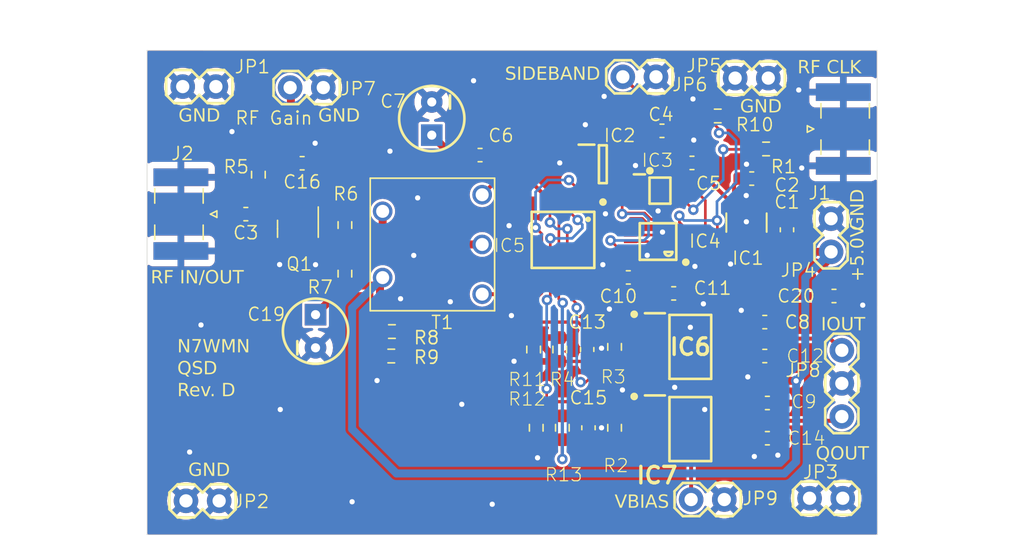
<source format=kicad_pcb>
(kicad_pcb (version 20221018) (generator pcbnew)
  (layers (0 "F.Cu" signal) (31 "B.Cu" signal) (34 "B.Paste" user) (35 "F.Paste" user) (36 "B.SilkS" user "B.Silkscreen") (37 "F.SilkS" user "F.Silkscreen") (38 "B.Mask" user) (39 "F.Mask" user) (44 "Edge.Cuts" user))
  (net 0 "")
  (net 1 "/VCC5")
  (net 2 "/VCC3.3")
  (net 3 "GND")
  (net 4 "/RF-IN")
  (net 5 "Net-(Q1-S)")
  (net 6 "Net-(C7-+)")
  (net 7 "/0-DEG")
  (net 8 "/180-DEG")
  (net 9 "/90-DEG")
  (net 10 "/270-DEG")
  (net 11 "Net-(IC6-REF)")
  (net 12 "Net-(C16-Pad2)")
  (net 15 "Net-(IC2-Y)")
  (net 16 "Net-(IC5-1A)")
  (net 17 "/P1")
  (net 18 "Net-(IC5-2A)")
  (net 19 "/P0")
  (net 20 "/CLK0")
  (net 21 "/ICLK")
  (net 22 "/QCLK")
  (net 23 "/SIDEBAND")
  (net 24 "Net-(IC6-RG_1)")
  (net 25 "Net-(IC6-RG_2)")
  (net 26 "Net-(R6-Pad1)")
  (net 27 "Net-(IC6-OUT)")
  (net 28 "Net-(IC7-RG_1)")
  (net 29 "Net-(IC7-RG_2)")
  (net 30 "Net-(IC7-OUT)")
  (net 31 "Net-(J1-In)")
  (net 32 "Net-(Q1-D)")
  (footprint "Capacitor_SMD:C_0603_1608Metric_Pad1.08x0.95mm_HandSolder" (layer "F.Cu") (at 161.0761 115.6046 180)
    (fp_text reference "C9")
    (fp_text value "0.1uF")
  )
  (footprint "Capacitor_SMD:C_0603_1608Metric_Pad1.08x0.95mm_HandSolder" (layer "F.Cu") (at 162.5761 102.3296 -90)
    (fp_text reference "C1")
    (fp_text value "1uF")
  )
  (footprint "Capacitor_SMD:C_0603_1608Metric_Pad1.08x0.95mm_HandSolder" (layer "F.Cu") (at 147.3761 117.5046 90)
    (fp_text reference "C15")
    (fp_text value "470pF")
  )
  (footprint "Capacitor_SMD:C_0603_1608Metric_Pad1.08x0.95mm_HandSolder" (layer "F.Cu") (at 161.0761 118.3046 180)
    (fp_text reference "C14")
    (fp_text value "0.1uF")
  )
  (footprint "Capacitor_SMD:C_0603_1608Metric_Pad1.08x0.95mm_HandSolder" (layer "F.Cu") (at 147.2761 111.5046 -90)
    (fp_text reference "C13")
    (fp_text value "470pF")
  )
  (footprint "qsd_revB:SOT95P280X145-5N" (layer "F.Cu") (at 148.4761 97.3046)
    (fp_text reference "IC2")
    (fp_text value "SN74LVC1G04DBVT")
  )
  (footprint "qsd_revB:1X02" (layer "F.Cu") (at 158.6061 90.7046)
    (fp_text reference "JP5")
    (fp_text value "M02PTH")
  )
  (footprint "Resistor_SMD:R_0603_1608Metric_Pad0.98x0.95mm_HandSolder" (layer "F.Cu") (at 160.9761 96.1346)
    (fp_text reference "R1")
    (fp_text value "0")
  )
  (footprint "qsd_revB:SOP50P310X90-8N" (layer "F.Cu") (at 152.8511 99.3296)
    (fp_text reference "IC3")
    (fp_text value "SN74AUP2G79DCUR")
  )
  (footprint "Resistor_SMD:R_0603_1608Metric_Pad0.98x0.95mm_HandSolder" (layer "F.Cu") (at 132.3261 110.1296 180)
    (fp_text reference "R8")
    (fp_text value "4.32K")
  )
  (footprint "Capacitor_SMD:C_0603_1608Metric_Pad1.08x0.95mm_HandSolder" (layer "F.Cu") (at 160.8761 112.0046)
    (fp_text reference "C12")
    (fp_text value "0.1uF")
  )
  (footprint "qsd_revB:1X02" (layer "F.Cu") (at 157.7761 123.0046 180)
    (fp_text reference "JP9")
    (fp_text value "M02PTH")
  )
  (footprint "Resistor_SMD:R_0603_1608Metric_Pad0.98x0.95mm_HandSolder" (layer "F.Cu") (at 149.3761 111.3046 -90)
    (fp_text reference "R3")
    (fp_text value "49.9")
  )
  (footprint "Capacitor_SMD:C_0603_1608Metric_Pad1.08x0.95mm_HandSolder" (layer "F.Cu") (at 160.8761 109.4046 180)
    (fp_text reference "C8")
    (fp_text value "0.1uF")
  )
  (footprint "Connector_Coaxial:SMA_Samtec_SMA-J-P-X-ST-EM1_EdgeMount" (layer "F.Cu") (at 166.8886 94.6046 90)
    (fp_text reference "J1")
    (fp_text value "Conn_Coaxial")
  )
  (footprint "Capacitor_SMD:C_0603_1608Metric_Pad1.08x0.95mm_HandSolder" (layer "F.Cu") (at 155.3011 97.2046 180)
    (fp_text reference "C5")
    (fp_text value "0.1uF")
  )
  (footprint "qsd_revB:1X02" (layer "F.Cu") (at 119.0961 123.1046 180)
    (fp_text reference "JP2")
    (fp_text value "M02PTH")
  )
  (footprint "Resistor_SMD:R_0603_1608Metric_Pad0.98x0.95mm_HandSolder" (layer "F.Cu") (at 145.1761 111.5046 -90)
    (fp_text reference "R4")
    (fp_text value "47k")
  )
  (footprint "Capacitor_SMD:C_0603_1608Metric_Pad1.08x0.95mm_HandSolder" (layer "F.Cu") (at 166.1761 107.4046 180)
    (fp_text reference "C20")
    (fp_text value "0.1uF")
  )
  (footprint "Capacitor_SMD:C_0603_1608Metric_Pad1.08x0.95mm_HandSolder" (layer "F.Cu") (at 159.8761 98.4046 180)
    (fp_text reference "C2")
    (fp_text value "0.1uF")
  )
  (footprint "Resistor_SMD:R_0603_1608Metric_Pad0.98x0.95mm_HandSolder" (layer "F.Cu") (at 143.3761 117.5046 90)
    (fp_text reference "R12")
    (fp_text value "47k")
  )
  (footprint "Resistor_SMD:R_0603_1608Metric_Pad0.98x0.95mm_HandSolder" (layer "F.Cu") (at 122.1011 98.1046 -90)
    (fp_text reference "R5")
    (fp_text value "100")
  )
  (footprint "Resistor_SMD:R_0603_1608Metric_Pad0.98x0.95mm_HandSolder" (layer "F.Cu") (at 145.3761 117.5046 -90)
    (fp_text reference "R13")
    (fp_text value "47k")
  )
  (footprint "Resistor_SMD:R_0603_1608Metric_Pad0.98x0.95mm_HandSolder" (layer "F.Cu") (at 128.7261 105.6921 90)
    (fp_text reference "R7")
    (fp_text value "1K")
  )
  (footprint "Resistor_SMD:R_0603_1608Metric_Pad0.98x0.95mm_HandSolder" (layer "F.Cu") (at 128.7261 101.9671 90)
    (fp_text reference "R6")
    (fp_text value "100")
  )
  (footprint "qsd_revB:1X02" (layer "F.Cu") (at 166.8461 122.9046 180)
    (fp_text reference "JP3")
    (fp_text value "M02PTH")
  )
  (footprint "qsd_revB:1X03" (layer "F.Cu") (at 166.7761 111.5646 -90)
    (fp_text reference "JP8")
    (fp_text value "M03PTH")
  )
  (footprint "Package_TO_SOT_SMD:SOT-23" (layer "F.Cu") (at 125.1261 102.2546 -90)
    (fp_text reference "Q1")
    (fp_text value "J309")
  )
  (footprint "qsd_revB:CPOL-RADIAL-10UF-25V" (layer "F.Cu") (at 126.4761 110.1046 90)
    (fp_text reference "C19")
    (fp_text value "10uF")
  )
  (footprint "Capacitor_SMD:C_0603_1608Metric_Pad1.08x0.95mm_HandSolder" (layer "F.Cu") (at 125.4511 97.2296 180)
    (fp_text reference "C16")
    (fp_text value "0.1uF")
  )
  (footprint "SamacSys_Parts:SOIC127P600X175-8N" (layer "F.Cu") (at 155.1761 111.3046)
    (fp_text reference "IC6")
    (fp_text value "INA821ID" hide)
  )
  (footprint "qsd_revB:1X02" (layer "F.Cu") (at 116.3061 91.3546)
    (fp_text reference "JP1")
    (fp_text value "M02PTH")
  )
  (footprint "qsd_revB:1X02" (layer "F.Cu") (at 152.5461 90.6046 180)
    (fp_text reference "JP6")
    (fp_text value "M02PTH")
  )
  (footprint "qsd_revB:T50-TRIFILAR" (layer "F.Cu") (at 135.4261 103.4546)
    (fp_text reference "T1")
    (fp_text value "T50-TRIFILAR")
  )
  (footprint "qsd_revB:SOT23-5" (layer "F.Cu") (at 159.4761 101.7796)
    (fp_text reference "IC1")
    (fp_text value "MCP1801")
  )
  (footprint "Connector_Coaxial:SMA_Samtec_SMA-J-P-X-ST-EM1_EdgeMount" (layer "F.Cu") (at 116.1636 101.1296 -90)
    (fp_text reference "J2")
    (fp_text value "Conn_Coaxial")
  )
  (footprint "Resistor_SMD:R_0603_1608Metric_Pad0.98x0.95mm_HandSolder" (layer "F.Cu") (at 157.2761 93.6046 180)
    (fp_text reference "R10")
    (fp_text value "10k")
  )
  (footprint "Capacitor_SMD:C_0603_1608Metric_Pad1.08x0.95mm_HandSolder" (layer "F.Cu") (at 150.4261 105.9796)
    (fp_text reference "C10")
    (fp_text value "0.1uF")
  )
  (footprint "qsd_revB:TSSOP16" (layer "F.Cu") (at 145.4261 103.1046 -90)
    (fp_text reference "IC5")
    (fp_text value "SN74CBTLV3253")
  )
  (footprint "Capacitor_SMD:C_0603_1608Metric_Pad1.08x0.95mm_HandSolder" (layer "F.Cu") (at 121.1386 101.1296 180)
    (fp_text reference "C3")
    (fp_text value "0.01uF")
  )
  (footprint "SamacSys_Parts:SOIC127P600X175-8N" (layer "F.Cu") (at 155.1761 117.6046)
    (fp_text reference "IC7")
    (fp_text value "INA821ID" hide)
  )
  (footprint "Resistor_SMD:R_0603_1608Metric_Pad0.98x0.95mm_HandSolder" (layer "F.Cu") (at 143.1761 111.5046 90)
    (fp_text reference "R11")
    (fp_text value "47k")
  )
  (footprint "qsd_revB:MSOP10" (layer "F.Cu") (at 152.7011 103.2296 90)
    (fp_text reference "IC4")
    (fp_text value "TS5A23157")
  )
  (footprint "Capacitor_SMD:C_0603_1608Metric_Pad1.08x0.95mm_HandSolder" (layer "F.Cu") (at 153.0061 94.7446 180)
    (fp_text reference "C4")
    (fp_text value "1uF")
  )
  (footprint "Capacitor_SMD:C_0603_1608Metric_Pad1.08x0.95mm_HandSolder" (layer "F.Cu") (at 153.9011 107.2046)
    (fp_text reference "C11")
    (fp_text value "1uF")
  )
  (footprint "qsd_revB:1X02" (layer "F.Cu") (at 165.9511 101.4796 -90)
    (fp_text reference "JP4")
    (fp_text value "M02PTH")
  )
  (footprint "Capacitor_SMD:C_0603_1608Metric_Pad1.08x0.95mm_HandSolder" (layer "F.Cu") (at 139.0761 96.6046 180)
    (fp_text reference "C6")
    (fp_text value "0.1uF")
  )
  (footprint "qsd_revB:1X02" (layer "F.Cu") (at 127.0711 91.4296 180)
    (fp_text reference "JP7")
    (fp_text value "M02PTH")
  )
  (footprint "Resistor_SMD:R_0603_1608Metric_Pad0.98x0.95mm_HandSolder" (layer "F.Cu") (at 132.2761 112.0046)
    (fp_text reference "R9")
    (fp_text value "4.32K")
  )
  (footprint "Resistor_SMD:R_0603_1608Metric_Pad0.98x0.95mm_HandSolder" (layer "F.Cu") (at 149.3761 117.5046 -90)
    (fp_text reference "R2")
    (fp_text value "49.9")
  )
  (footprint "qsd_revB:CPOL-RADIAL-10UF-25V" (layer "F.Cu") (at 135.3761 93.8046 -90)
    (fp_text reference "C7")
    (fp_text value "10uF")
  )
  (gr_circle (center 150.8761 115.1046) (end 151.109338 115.1046) (stroke (width 0.12)) (fill solid) (layer "F.SilkS"))
  (gr_circle (center 154.8261 104.8146) (end 155.059338 104.8146) (stroke (width 0.12)) (fill solid) (layer "F.SilkS"))
  (gr_circle (center 148.4861 100.2046) (end 148.719338 100.2046) (stroke (width 0.12)) (fill solid) (layer "F.SilkS"))
  (gr_circle (center 150.8761 108.8046) (end 151.109338 108.8046) (stroke (width 0.12)) (fill solid) (layer "F.SilkS"))
  (gr_circle (center 152.0761 97.8046) (end 152.309338 97.8046) (stroke (width 0.12)) (fill solid) (layer "F.SilkS"))
  (gr_line (start 169.4761 88.5806) (end 113.5761 88.5786) (stroke (width 0.05)) (layer "Edge.Cuts"))
  (gr_line (start 113.5761 88.5786) (end 113.5761 125.7046) (stroke (width 0.05)) (layer "Edge.Cuts"))
  (gr_line (start 113.5761 125.7046) (end 169.5011 125.7046) (stroke (width 0.05)) (layer "Edge.Cuts"))
  (gr_line (start 169.5011 125.7046) (end 169.4761 88.5806) (stroke (width 0.05)) (layer "Edge.Cuts"))
  (gr_text "IOUT" (at 165.1761 110.2046) (layer "F.SilkS") (effects (font (size 1 1) (thickness 0.1143)) (justify left bottom)))
  (gr_text "RF Gain" (at 123.2861 93.7646) (layer "F.SilkS") (effects (font (size 1 1) (thickness 0.1143))))
  (gr_text "+5.0V" (at 168.601111 106.304601 90) (layer "F.SilkS") (effects (font (size 1 1) (thickness 0.1143)) (justify left bottom)))
  (gr_text "GND" (at 115.9761 94.2046) (layer "F.SilkS") (effects (font (size 1 1) (thickness 0.1143)) (justify left bottom)))
  (gr_text "GND" (at 168.601111 102.404601 90) (layer "F.SilkS") (effects (font (size 1 1) (thickness 0.1143)) (justify left bottom)))
  (gr_text "RF CLK" (at 163.3761 90.5046) (layer "F.SilkS") (effects (font (size 1 1) (thickness 0.1143)) (justify left bottom)))
  (gr_text "QOUT" (at 164.7761 120.1046) (layer "F.SilkS") (effects (font (size 1 1) (thickness 0.1143)) (justify left bottom)))
  (gr_text "GND" (at 126.6761 94.2046) (layer "F.SilkS") (effects (font (size 1 1) (thickness 0.1143)) (justify left bottom)))
  (gr_text "GND" (at 158.9761 93.5046) (layer "F.SilkS") (effects (font (size 1 1) (thickness 0.1143)) (justify left bottom)))
  (gr_text "RF IN/OUT" (at 113.8511 106.6046) (layer "F.SilkS") (effects (font (size 1 1) (thickness 0.1143)) (justify left bottom)))
  (gr_text "N7WMN\nQSD\nRev. D" (at 115.8861 115.2546) (layer "F.SilkS") (effects (font (size 1 1) (thickness 0.1143)) (justify left bottom)))
  (gr_text "VBIAS" (at 149.3761 123.8046) (layer "F.SilkS") (effects (font (size 1 1) (thickness 0.1143)) (justify left bottom)))
  (gr_text "GND" (at 116.7261 121.3646) (layer "F.SilkS") (effects (font (size 1 1) (thickness 0.1143)) (justify left bottom)))
  (gr_text "SIDEBAND" (at 140.9761 91.0046) (layer "F.SilkS") (effects (font (size 1 1) (thickness 0.1143)) (justify left bottom)))
  (segment (start 163.4261 104.0296) (end 163.8761 104.0296) (width 0.6096) (layer "F.Cu") (net 1))
  (segment (start 165.3136 107.4046) (end 158.4761 107.4046) (width 0.6096) (layer "F.Cu") (net 1))
  (segment (start 131.4136 110.1296) (end 131.4136 106.1971) (width 0.6096) (layer "F.Cu") (net 1))
  (segment (start 157.8871 107.9936) (end 157.8871 109.3996) (width 0.6096) (layer "F.Cu") (net 1))
  (segment (start 163.1636 103.7671) (end 163.4261 104.0296) (width 0.6096) (layer "F.Cu") (net 1))
  (segment (start 158.5261 104.0046) (end 159.0861 104.5646) (width 0.3048) (layer "F.Cu") (net 1))
  (segment (start 131.0061 106.6046) (end 131.6161 105.9946) (width 0.6096) (layer "F.Cu") (net 1))
  (segment (start 160.4261 103.0856) (end 162.4821 103.0856) (width 0.3048) (layer "F.Cu") (net 1))
  (segment (start 160.4261 104.2146) (end 160.4261 103.0856) (width 0.3048) (layer "F.Cu") (net 1))
  (segment (start 157.8871 109.3996) (end 160.0086 109.3996) (width 0.3048) (layer "F.Cu") (net 1))
  (segment (start 160.2136 114.7421) (end 160.2136 115.6046) (width 0.6096) (layer "F.Cu") (net 1))
  (segment (start 165.3136 105.5421) (end 165.3136 107.4046) (width 0.6096) (layer "F.Cu") (net 1))
  (segment (start 163.8761 104.0296) (end 163.8861 104.0196) (width 0.6096) (layer "F.Cu") (net 1))
  (segment (start 160.0086 109.3996) (end 160.0136 109.4046) (width 0.3048) (layer "F.Cu") (net 1))
  (segment (start 160.1186 115.6996) (end 160.2136 115.6046) (width 0.3048) (layer "F.Cu") (net 1))
  (segment (start 163.8861 104.0196) (end 165.9511 104.0196) (width 0.6096) (layer "F.Cu") (net 1))
  (segment (start 163.2761 113.9046) (end 160.9761 113.9046) (width 0.6096) (layer "F.Cu") (net 1))
  (segment (start 165.0761 105.3046) (end 165.3136 105.5421) (width 0.6096) (layer "F.Cu") (net 1))
  (segment (start 165.9511 104.4296) (end 165.0761 105.3046) (width 0.6096) (layer "F.Cu") (net 1))
  (segment (start 158.5261 103.0856) (end 158.5261 104.0046) (width 0.3048) (layer "F.Cu") (net 1))
  (segment (start 162.5761 103.1796) (end 163.1636 103.7671) (width 0.6096) (layer "F.Cu") (net 1))
  (segment (start 157.8871 115.6996) (end 160.1186 115.6996) (width 0.3048) (layer "F.Cu") (net 1))
  (segment (start 128.7261 106.6046) (end 131.0061 106.6046) (width 0.6096) (layer "F.Cu") (net 1))
  (segment (start 160.1761 114.7046) (end 160.2136 114.7421) (width 0.6096) (layer "F.Cu") (net 1))
  (segment (start 158.4761 107.4046) (end 157.8871 107.9936) (width 0.6096) (layer "F.Cu") (net 1))
  (segment (start 160.0761 104.5646) (end 160.4261 104.2146) (width 0.3048) (layer "F.Cu") (net 1))
  (segment (start 165.9511 104.0196) (end 165.9511 104.4296) (width 0.6096) (layer "F.Cu") (net 1))
  (segment (start 128.7061 106.6046) (end 126.4761 108.8346) (width 0.6096) (layer "F.Cu") (net 1))
  (segment (start 131.4136 106.1971) (end 131.6161 105.9946) (width 0.6096) (layer "F.Cu") (net 1))
  (segment (start 128.7261 106.6046) (end 128.7061 106.6046) (width 0.6096) (layer "F.Cu") (net 1))
  (segment (start 162.4821 103.0856) (end 162.5761 103.1796) (width 0.3048) (layer "F.Cu") (net 1))
  (segment (start 160.9761 113.9046) (end 160.1761 114.7046) (width 0.6096) (layer "F.Cu") (net 1))
  (segment (start 159.0861 104.5646) (end 160.0761 104.5646) (width 0.3048) (layer "F.Cu") (net 1))
  (via (at 163.2761 113.9046) (size 0.8) (drill 0.4) (layers "F.Cu" "B.Cu") (net 1))
  (segment (start 163.2761 113.9046) (end 163.2761 120.1046) (width 0.6096) (layer "B.Cu") (net 1))
  (segment (start 129.2761 108.3346) (end 131.6161 105.9946) (width 0.6096) (layer "B.Cu") (net 1))
  (segment (start 162.3761 121.0046) (end 132.6761 121.0046) (width 0.6096) (layer "B.Cu") (net 1))
  (segment (start 129.2761 117.6046) (end 129.2761 108.3346) (width 0.6096) (layer "B.Cu") (net 1))
  (segment (start 163.9761 105.9946) (end 165.9511 104.0196) (width 0.6096) (layer "B.Cu") (net 1))
  (segment (start 163.2761 120.1046) (end 162.3761 121.0046) (width 0.6096) (layer "B.Cu") (net 1))
  (segment (start 163.9761 113.2046) (end 163.2761 113.9046) (width 0.6096) (layer "B.Cu") (net 1))
  (segment (start 163.9761 105.9946) (end 163.9761 113.2046) (width 0.6096) (layer "B.Cu") (net 1))
  (segment (start 132.6761 121.0046) (end 129.2761 117.6046) (width 0.6096) (layer "B.Cu") (net 1))
  (segment (start 154.4386 98.5671) (end 154.4261 98.5796) (width 0.3048) (layer "F.Cu") (net 2))
  (segment (start 157.65202 102.53868) (end 157.65202 104.004727) (width 0.3048) (layer "F.Cu") (net 2))
  (segment (start 151.9011 103.2296) (end 153.0511 104.3796) (width 0.2032) (layer "F.Cu") (net 2))
  (segment (start 158.5261 98.8921) (end 159.0136 98.4046) (width 0.3048) (layer "F.Cu") (net 2))
  (segment (start 153.0511 107.2046) (end 149.7561 107.2046) (width 0.6096) (layer "F.Cu") (net 2))
  (segment (start 150.8261 96.0746) (end 150.0061 96.0746) (width 0.3048) (layer "F.Cu") (net 2))
  (segment (start 152.1561 96.3046) (end 152.1561 94.7446) (width 0.3048) (layer "F.Cu") (net 2))
  (segment (start 152.1361 96.3246) (end 152.1561 96.3046) (width 0.3048) (layer "F.Cu") (net 2))
  (segment (start 154.4386 97.2046) (end 154.4386 98.5671) (width 0.3048) (layer "F.Cu") (net 2))
  (segment (start 147.7011 105.9796) (end 147.7011 106.5996) (width 0.3048) (layer "F.Cu") (net 2))
  (segment (start 156.6321 98.5796) (end 154.4261 98.5796) (width 0.3048) (layer "F.Cu") (net 2))
  (segment (start 157.65202 104.004727) (end 155.627147 106.0296) (width 0.3048) (layer "F.Cu") (net 2))
  (segment (start 148.0661 106.9646) (end 149.5161 106.9646) (width 0.3048) (layer "F.Cu") (net 2))
  (segment (start 154.4386 97.2046) (end 153.0161 97.2046) (width 0.3048) (layer "F.Cu") (net 2))
  (segment (start 147.7011 106.5996) (end 148.0661 106.9646) (width 0.3048) (layer "F.Cu") (net 2))
  (segment (start 150.0061 96.0746) (end 149.7261 96.3546) (width 0.3048) (layer "F.Cu") (net 2))
  (segment (start 158.5261 100.4736) (end 158.5261 98.8921) (width 0.3048) (layer "F.Cu") (net 2))
  (segment (start 149.7561 107.2046) (end 149.5161 106.9646) (width 0.6096) (layer "F.Cu") (net 2))
  (segment (start 158.5261 100.4736) (end 156.6321 98.5796) (width 0.3048) (layer "F.Cu") (net 2))
  (segment (start 149.5161 106.0271) (end 149.5636 105.9796) (width 0.6096) (layer "F.Cu") (net 2))
  (segment (start 153.0511 106.0296) (end 153.0511 107.2046) (width 0.2032) (layer "F.Cu") (net 2))
  (segment (start 158.5261 101.6646) (end 157.65202 102.53868) (width 0.3048) (layer "F.Cu") (net 2))
  (segment (start 150.8261 96.0746) (end 152.1561 94.7446) (width 0.3048) (layer "F.Cu") (net 2))
  (segment (start 155.627147 106.0296) (end 153.0511 106.0296) (width 0.3048) (layer "F.Cu") (net 2))
  (segment (start 149.5161 106.9646) (end 149.5161 106.0271) (width 0.6096) (layer "F.Cu") (net 2))
  (segment (start 153.0511 104.3796) (end 153.0511 106.0296) (width 0.2032) (layer "F.Cu") (net 2))
  (segment (start 158.5261 100.4736) (end 158.5261 101.6646) (width 0.3048) (layer "F.Cu") (net 2))
  (segment (start 150.588 103.2296) (end 151.9011 103.2296) (width 0.2032) (layer "F.Cu") (net 2))
  (segment (start 153.0161 97.2046) (end 152.1361 96.3246) (width 0.3048) (layer "F.Cu") (net 2))
  (via (at 133.9961 104.2946) (size 0.8) (drill 0.4) (layers "F.Cu" "B.Cu") (net 3))
  (via (at 147.1361 94.2746) (size 0.8) (drill 0.4) (layers "F.Cu" "B.Cu") (net 3))
  (via (at 155.4361 95.4546) (size 0.8) (drill 0.4) (layers "F.Cu" "B.Cu") (net 3))
  (via (at 153.9761 114.4046) (size 0.8) (drill 0.4) (layers "F.Cu" "B.Cu") (net 3))
  (via (at 148.3761 117.5046) (size 0.8) (drill 0.4) (layers "F.Cu" "B.Cu") (net 3))
  (via (at 156.2761 116.1046) (size 0.8) (drill 0.4) (layers "F.Cu" "B.Cu") (net 3))
  (via (at 148.3761 111.4046) (size 0.8) (drill 0.4) (layers "F.Cu" "B.Cu") (net 3))
  (via (at 159.4761 97.3046) (size 0.8) (drill 0.4) (layers "F.Cu" "B.Cu") (net 3))
  (via (at 158.2561 104.9546) (size 0.8) (drill 0.4) (layers "F.Cu" "B.Cu") (net 3))
  (via (at 163.7061 97.5946) (size 0.8) (drill 0.4) (layers "F.Cu" "B.Cu") (net 3))
  (via (at 151.8761 104.2846) (size 0.8) (drill 0.4) (layers "F.Cu" "B.Cu") (net 3))
  (via (at 148.5761 92.1046) (size 0.8) (drill 0.4) (layers "F.Cu" "B.Cu") (net 3))
  (via (at 120.0761 94.8046) (size 0.8) (drill 0.4) (layers "F.Cu" "B.Cu") (net 3))
  (via (at 161.8761 119.6046) (size 0.8) (drill 0.4) (layers "F.Cu" "B.Cu") (net 3))
  (via (at 138.5761 90.9046) (size 0.8) (drill 0.4) (layers "F.Cu" "B.Cu") (net 3))
  (via (at 159.4561 99.7046) (size 0.8) (drill 0.4) (layers "F.Cu" "B.Cu") (net 3))
  (via (at 152.7061 100.8846) (size 0.8) (drill 0.4) (layers "F.Cu" "B.Cu") (net 3))
  (via (at 145.1761 97.2046) (size 0.8) (drill 0.4) (layers "F.Cu" "B.Cu") (net 3))
  (via (at 155.3761 92.3046) (size 0.8) (drill 0.4) (layers "F.Cu" "B.Cu") (net 3))
  (via (at 141.6761 112.4046) (size 0.8) (drill 0.4) (layers "F.Cu" "B.Cu") (net 3))
  (via (at 134.2961 99.8846) (size 0.8) (drill 0.4) (layers "F.Cu" "B.Cu") (net 3))
  (via (at 148.9761 108.4046) (size 0.8) (drill 0.4) (layers "F.Cu" "B.Cu") (net 3))
  (via (at 132.1761 96.3046) (size 0.8) (drill 0.4) (layers "F.Cu" "B.Cu") (net 3))
  (via (at 126.4461 95.6946) (size 0.8) (drill 0.4) (layers "F.Cu" "B.Cu") (net 3))
  (via (at 132.9861 107.6146) (size 0.8) (drill 0.4) (layers "F.Cu" "B.Cu") (net 3))
  (via (at 155.5261 105.1346) (size 0.8) (drill 0.4) (layers "F.Cu" "B.Cu") (net 3))
  (via (at 123.7761 116.1046) (size 0.8) (drill 0.4) (layers "F.Cu" "B.Cu") (net 3))
  (via (at 153.0461 102.5046) (size 0.8) (drill 0.4) (layers "F.Cu" "B.Cu") (net 3))
  (via (at 163.4761 91.6146) (size 0.8) (drill 0.4) (layers "F.Cu" "B.Cu") (net 3))
  (via (at 140.0061 123.3646) (size 0.8) (drill 0.4) (layers "F.Cu" "B.Cu") (net 3))
  (via (at 159.5761 113.6046) (size 0.8) (drill 0.4) (layers "F.Cu" "B.Cu") (net 3))
  (via (at 150.9761 97.4046) (size 0.8) (drill 0.4) (layers "F.Cu" "B.Cu") (net 3))
  (via (at 141.2961 102.0146) (size 0.8) (drill 0.4) (layers "F.Cu" "B.Cu") (net 3))
  (via (at 131.1861 113.8846) (size 0.8) (drill 0.4) (layers "F.Cu" "B.Cu") (net 3))
  (via (at 136.7961 107.8446) (size 0.8) (drill 0.4) (layers "F.Cu" "B.Cu") (net 3))
  (via (at 116.8361 119.3646) (size 0.8) (drill 0.4) (layers "F.Cu" "B.Cu") (net 3))
  (via (at 155.1761 109.8046) (size 0.8) (drill 0.4) (layers "F.Cu" "B.Cu") (net 3))
  (via (at 168.3761 108.1046) (size 0.8) (drill 0.4) (layers "F.Cu" "B.Cu") (net 3))
  (via (at 149.9761 114.6046) (size 0.8) (drill 0.4) (layers "F.Cu" "B.Cu") (net 3))
  (via (at 123.7261 104.9946) (size 0.8) (drill 0.4) (layers "F.Cu" "B.Cu") (net 3))
  (via (at 156.1761 108.0046) (size 0.8) (drill 0.4) (layers "F.Cu" "B.Cu") (net 3))
  (via (at 143.4761 119.8046) (size 0.8) (drill 0.4) (layers "F.Cu" "B.Cu") (net 3))
  (via (at 148.4761 105.0046) (size 0.8) (drill 0.4) (layers "F.Cu" "B.Cu") (net 3))
  (via (at 126.4761 105.0046) (size 0.8) (drill 0.4) (layers "F.Cu" "B.Cu") (net 3))
  (via (at 129.2761 123.1746) (size 0.8) (drill 0.4) (layers "F.Cu" "B.Cu") (net 3))
  (via (at 141.4761 108.9046) (size 0.8) (drill 0.4) (layers "F.Cu" "B.Cu") (net 3))
  (via (at 159.0761 108.5046) (size 0.8) (drill 0.4) (layers "F.Cu" "B.Cu") (net 3))
  (via (at 159.4661 101.7146) (size 0.8) (drill 0.4) (layers "F.Cu" "B.Cu") (net 3))
  (via (at 117.7061 109.6246) (size 0.8) (drill 0.4) (layers "F.Cu" "B.Cu") (net 3))
  (via (at 137.6761 115.7046) (size 0.8) (drill 0.4) (layers "F.Cu" "B.Cu") (net 3))
  (via (at 148.6761 101.1046) (size 0.8) (drill 0.4) (layers "F.Cu" "B.Cu") (net 3))
  (via (at 160.0761 119.7046) (size 0.8) (drill 0.4) (layers "F.Cu" "B.Cu") (net 3))
  (segment (start 115.9636 101.1296) (end 120.2761 101.1296) (width 0.6096) (layer "F.Cu") (net 4))
  (segment (start 122.0011 101.1296) (end 123.9886 101.1296) (width 0.6096) (layer "F.Cu") (net 5))
  (segment (start 122.0011 101.1296) (end 122.0011 99.1171) (width 0.6096) (layer "F.Cu") (net 5))
  (segment (start 122.0011 99.1171) (end 122.1011 99.0171) (width 0.6096) (layer "F.Cu") (net 5))
  (segment (start 123.9886 101.1296) (end 124.1761 101.3171) (width 0.6096) (layer "F.Cu") (net 5))
  (segment (start 133.2386 111.9546) (end 133.1886 112.0046) (width 0.6096) (layer "F.Cu") (net 6))
  (segment (start 133.2386 110.1296) (end 133.2386 109.8671) (width 0.6096) (layer "F.Cu") (net 6))
  (segment (start 136.9061 96.6046) (end 135.3761 95.0746) (width 0.6096) (layer "F.Cu") (net 6))
  (segment (start 137.4261 96.6046) (end 138.2136 96.6046) (width 0.6096) (layer "F.Cu") (net 6))
  (segment (start 137.0761 103.4546) (end 139.2361 103.4546) (width 0.6096) (layer "F.Cu") (net 6))
  (segment (start 136.4761 102.8546) (end 136.4761 97.5546) (width 0.6096) (layer "F.Cu") (net 6))
  (segment (start 135.7261 104.8046) (end 137.0761 103.4546) (width 0.6096) (layer "F.Cu") (net 6))
  (segment (start 133.2386 110.1296) (end 133.2386 111.9546) (width 0.6096) (layer "F.Cu") (net 6))
  (segment (start 135.7261 107.3796) (end 135.7261 104.8046) (width 0.6096) (layer "F.Cu") (net 6))
  (segment (start 137.0761 103.4546) (end 136.4761 102.8546) (width 0.6096) (layer "F.Cu") (net 6))
  (segment (start 136.4761 97.5546) (end 137.4261 96.6046) (width 0.6096) (layer "F.Cu") (net 6))
  (segment (start 133.2386 109.8671) (end 135.7261 107.3796) (width 0.6096) (layer "F.Cu") (net 6))
  (segment (start 138.2136 96.6046) (end 136.9061 96.6046) (width 0.6096) (layer "F.Cu") (net 6))
  (segment (start 146.7761 114.0046) (end 147.1761 114.0046) (width 0.2032) (layer "F.Cu") (net 7))
  (segment (start 147.2261 112.4171) (end 147.2761 112.3671) (width 0.25) (layer "F.Cu") (net 7))
  (segment (start 147.2761 112.3671) (end 147.2761 112.9046) (width 0.25) (layer "F.Cu") (net 7))
  (segment (start 145.7511 102.2696) (end 145.7661 102.2546) (width 0.2032) (layer "F.Cu") (net 7))
  (segment (start 147.7761 113.4046) (end 147.9711 113.2096) (width 0.25) (layer "F.Cu") (net 7))
  (segment (start 147.2761 112.9046) (end 147.7761 113.4046) (width 0.25) (layer "F.Cu") (net 7))
  (segment (start 145.7511 107.2796) (end 146.4761 108.0046) (width 0.2032) (layer "F.Cu") (net 7))
  (segment (start 145.7511 105.9796) (end 145.7511 107.2796) (width 0.2032) (layer "F.Cu") (net 7))
  (segment (start 145.7511 105.9796) (end 145.7511 102.2696) (width 0.2032) (layer "F.Cu") (net 7))
  (segment (start 146.4761 108.0046) (end 146.4761 108.3046) (width 0.2032) (layer "F.Cu") (net 7))
  (segment (start 147.9711 113.2096) (end 152.4651 113.2096) (width 0.25) (layer "F.Cu") (net 7))
  (segment (start 147.1761 114.0046) (end 147.7761 113.4046) (width 0.2032) (layer "F.Cu") (net 7))
  (segment (start 144.4261 100.2546) (end 144.4511 100.2296) (width 0.2032) (layer "F.Cu") (net 7))
  (segment (start 145.1761 112.4171) (end 147.2261 112.4171) (width 0.25) (layer "F.Cu") (net 7))
  (segment (start 144.4261 101.7646) (end 144.4261 100.2546) (width 0.2032) (layer "F.Cu") (net 7))
  (via (at 146.4761 108.3046) (size 0.8) (drill 0.4) (layers "F.Cu" "B.Cu") (net 7))
  (via (at 145.7661 102.2546) (size 0.8) (drill 0.4) (layers "F.Cu" "B.Cu") (net 7))
  (via (at 146.7761 114.0046) (size 0.8) (drill 0.4) (layers "F.Cu" "B.Cu") (net 7))
  (via (at 144.4261 101.7646) (size 0.8) (drill 0.4) (layers "F.Cu" "B.Cu") (net 7))
  (segment (start 145.7661 102.2546) (end 144.9161 102.2546) (width 0.2032) (layer "B.Cu") (net 7))
  (segment (start 146.4761 108.3046) (end 146.4761 113.7046) (width 0.2032) (layer "B.Cu") (net 7))
  (segment (start 144.9161 102.2546) (end 144.4261 101.7646) (width 0.2032) (layer "B.Cu") (net 7))
  (segment (start 146.4761 113.7046) (end 146.7761 114.0046) (width 0.2032) (layer "B.Cu") (net 7))
  (segment (start 143.8011 102.6396) (end 143.3261 102.1646) (width 0.2032) (layer "F.Cu") (net 8))
  (segment (start 146.4011 99.0396) (end 146.4011 100.2296) (width 0.2032) (layer "F.Cu") (net 8))
  (segment (start 143.1761 109.7046) (end 143.1761 110.5921) (width 0.25) (layer "F.Cu") (net 8))
  (segment (start 143.4761 109.4046) (end 143.4761 108.41591) (width 0.25) (layer "F.Cu") (net 8))
  (segment (start 147.9811 109.3996) (end 152.4651 109.3996) (width 0.25) (layer "F.Cu") (net 8))
  (segment (start 147.2761 110.1046) (end 147.9811 109.3996) (width 0.25) (layer "F.Cu") (net 8))
  (segment (start 143.8011 107.1796) (end 143.4761 107.5046) (width 0.2032) (layer "F.Cu") (net 8))
  (segment (start 143.4761 107.5046) (end 143.4761 108.41591) (width 0.2032) (layer "F.Cu") (net 8))
  (segment (start 147.2761 110.1046) (end 146.5761 109.4046) (width 0.25) (layer "F.Cu") (net 8))
  (segment (start 143.8011 105.9796) (end 143.8011 102.6396) (width 0.2032) (layer "F.Cu") (net 8))
  (segment (start 146.5761 109.4046) (end 143.4761 109.4046) (width 0.25) (layer "F.Cu") (net 8))
  (segment (start 143.8011 105.9796) (end 143.8011 107.1796) (width 0.2032) (layer "F.Cu") (net 8))
  (segment (start 145.8761 98.5146) (end 146.4011 99.0396) (width 0.2032) (layer "F.Cu") (net 8))
  (segment (start 143.4761 109.4046) (end 143.1761 109.7046) (width 0.25) (layer "F.Cu") (net 8))
  (segment (start 147.2761 110.6421) (end 147.2761 110.1046) (width 0.25) (layer "F.Cu") (net 8))
  (via (at 143.3261 102.1646) (size 0.8) (drill 0.4) (layers "F.Cu" "B.Cu") (net 8))
  (via (at 145.8761 98.5146) (size 0.8) (drill 0.4) (layers "F.Cu" "B.Cu") (net 8))
  (segment (start 144.2461 98.5146) (end 145.8761 98.5146) (width 0.2032) (layer "B.Cu") (net 8))
  (segment (start 143.3261 99.4346) (end 144.2461 98.5146) (width 0.2032) (layer "B.Cu") (net 8))
  (segment (start 143.3261 102.1646) (end 143.3261 99.4346) (width 0.2032) (layer "B.Cu") (net 8))
  (segment (start 145.1011 105.9796) (end 145.1011 107.6296) (width 0.2032) (layer "F.Cu") (net 9))
  (segment (start 145.109611 100.238111) (end 145.1011 100.2296) (width 0.2032) (layer "F.Cu") (net 9))
  (segment (start 145.3761 118.4171) (end 147.3261 118.4171) (width 0.25) (layer "F.Cu") (net 9))
  (segment (start 152.4651 119.5096) (end 148.5186 119.5096) (width 0.25) (layer "F.Cu") (net 9))
  (segment (start 145.1011 107.6296) (end 145.4011 107.9296) (width 0.2032) (layer "F.Cu") (net 9))
  (segment (start 145.109611 105.971089) (end 145.109611 100.238111) (width 0.2032) (layer "F.Cu") (net 9))
  (segment (start 145.3761 119.9046) (end 145.3761 118.4171) (width 0.25) (layer "F.Cu") (net 9))
  (segment (start 147.3261 118.4171) (end 147.3761 118.3671) (width 0.25) (layer "F.Cu") (net 9))
  (segment (start 145.1011 105.9796) (end 145.109611 105.971089) (width 0.2032) (layer "F.Cu") (net 9))
  (segment (start 148.5186 119.5096) (end 147.3761 118.3671) (width 0.25) (layer "F.Cu") (net 9))
  (via (at 145.4011 107.9296) (size 0.8) (drill 0.4) (layers "F.Cu" "B.Cu") (net 9))
  (via (at 145.3761 119.9046) (size 0.8) (drill 0.4) (layers "F.Cu" "B.Cu") (net 9))
  (segment (start 145.4011 107.9296) (end 145.3761 107.9546) (width 0.25) (layer "B.Cu") (net 9))
  (segment (start 145.3761 107.9546) (end 145.3761 119.9046) (width 0.25) (layer "B.Cu") (net 9))
  (segment (start 143.3761 116.3046) (end 144.1761 115.5046) (width 0.25) (layer "F.Cu") (net 10))
  (segment (start 144.4511 107.4546) (end 144.2011 107.7046) (width 0.2032) (layer "F.Cu") (net 10))
  (segment (start 143.3761 116.5921) (end 143.3761 116.3046) (width 0.25) (layer "F.Cu") (net 10))
  (segment (start 144.4511 105.9796) (end 144.4511 107.4546) (width 0.2032) (layer "F.Cu") (net 10))
  (segment (start 146.5461 101.5746) (end 145.7511 100.7796) (width 0.2032) (layer "F.Cu") (net 10))
  (segment (start 144.1761 115.5046) (end 146.2386 115.5046) (width 0.25) (layer "F.Cu") (net 10))
  (segment (start 147.3761 116.6421) (end 148.2761 115.7421) (width 0.25) (layer "F.Cu") (net 10))
  (segment (start 148.2811 115.6996) (end 152.4651 115.6996) (width 0.25) (layer "F.Cu") (net 10))
  (segment (start 148.2761 115.7046) (end 148.2811 115.6996) (width 0.25) (layer "F.Cu") (net 10))
  (segment (start 146.2386 115.5046) (end 147.3761 116.6421) (width 0.25) (layer "F.Cu") (net 10))
  (segment (start 144.4511 102.9896) (end 144.4561 102.9846) (width 0.2032) (layer "F.Cu") (net 10))
  (segment (start 145.7511 100.7796) (end 145.7511 100.2296) (width 0.2032) (layer "F.Cu") (net 10))
  (segment (start 144.1761 114.5046) (end 144.1761 115.5046) (width 0.2032) (layer "F.Cu") (net 10))
  (segment (start 144.4511 105.9796) (end 144.4511 102.9896) (width 0.2032) (layer "F.Cu") (net 10))
  (segment (start 148.2761 115.7421) (end 148.2761 115.7046) (width 0.25) (layer "F.Cu") (net 10))
  (via (at 144.4561 102.9846) (size 0.8) (drill 0.4) (layers "F.Cu" "B.Cu") (net 10))
  (via (at 144.1761 114.5046) (size 0.8) (drill 0.4) (layers "F.Cu" "B.Cu") (net 10))
  (via (at 144.2011 107.7046) (size 0.8) (drill 0.4) (layers "F.Cu" "B.Cu") (net 10))
  (via (at 146.5461 101.5746) (size 0.8) (drill 0.4) (layers "F.Cu" "B.Cu") (net 10))
  (segment (start 144.2011 107.7046) (end 144.1761 107.7296) (width 0.2032) (layer "B.Cu") (net 10))
  (segment (start 146.9061 101.9346) (end 146.5461 101.5746) (width 0.2032) (layer "B.Cu") (net 10))
  (segment (start 144.4561 102.9846) (end 146.1261 102.9846) (width 0.2032) (layer "B.Cu") (net 10))
  (segment (start 144.1761 107.7296) (end 144.1761 114.5046) (width 0.2032) (layer "B.Cu") (net 10))
  (segment (start 146.9061 102.2046) (end 146.9061 101.9346) (width 0.2032) (layer "B.Cu") (net 10))
  (segment (start 146.1261 102.9846) (end 146.9061 102.2046) (width 0.2032) (layer "B.Cu") (net 10))
  (segment (start 155.5411 118.2396) (end 157.8871 118.2396) (width 0.3048) (layer "F.Cu") (net 11))
  (segment (start 155.2361 123.0046) (end 155.2361 118.5446) (width 0.3048) (layer "F.Cu") (net 11))
  (segment (start 157.8871 111.9396) (end 159.9486 111.9396) (width 0.3048) (layer "F.Cu") (net 11))
  (segment (start 157.8871 111.9396) (end 155.5411 111.9396) (width 0.3048) (layer "F.Cu") (net 11))
  (segment (start 159.9486 111.9396) (end 160.0136 112.0046) (width 0.3048) (layer "F.Cu") (net 11))
  (segment (start 155.5411 111.9396) (end 155.2361 112.2446) (width 0.3048) (layer "F.Cu") (net 11))
  (segment (start 157.8871 118.2396) (end 160.1486 118.2396) (width 0.3048) (layer "F.Cu") (net 11))
  (segment (start 155.2361 112.2446) (end 155.2361 118.5446) (width 0.3048) (layer "F.Cu") (net 11))
  (segment (start 160.1486 118.2396) (end 160.2136 118.3046) (width 0.3048) (layer "F.Cu") (net 11))
  (segment (start 155.2361 118.5446) (end 155.5411 118.2396) (width 0.3048) (layer "F.Cu") (net 11))
  (segment (start 124.5886 97.2296) (end 124.5886 91.4871) (width 0.6096) (layer "F.Cu") (net 12))
  (segment (start 122.1011 97.1921) (end 124.5511 97.1921) (width 0.6096) (layer "F.Cu") (net 12))
  (segment (start 124.5886 91.4871) (end 124.5311 91.4296) (width 0.6096) (layer "F.Cu") (net 12))
  (segment (start 124.5511 97.1921) (end 124.5886 97.2296) (width 0.6096) (layer "F.Cu") (net 12))
  (segment (start 149.9511 99.0796) (end 151.2761 99.0796) (width 0.25) (layer "F.Cu") (net 15))
  (segment (start 149.7261 98.2546) (end 149.7261 98.8546) (width 0.25) (layer "F.Cu") (net 15))
  (segment (start 149.7261 98.8546) (end 149.9511 99.0796) (width 0.25) (layer "F.Cu") (net 15))
  (segment (start 140.0761 98.8046) (end 143.1309 98.8046) (width 0.3048) (layer "F.Cu") (net 16))
  (segment (start 143.1309 98.8046) (end 143.8011 99.4748) (width 0.3048) (layer "F.Cu") (net 16))
  (segment (start 139.2361 99.6446) (end 140.0761 98.8046) (width 0.3048) (layer "F.Cu") (net 16))
  (segment (start 143.8011 99.4748) (end 143.8011 100.2296) (width 0.3048) (layer "F.Cu") (net 16))
  (segment (start 148.4761 99.0046) (end 148.6761 99.2046) (width 0.25) (layer "F.Cu") (net 17))
  (segment (start 152.239611 101.538111) (end 153.409611 101.538111) (width 0.2032) (layer "F.Cu") (net 17))
  (segment (start 147.2261 97.3046) (end 148.2761 97.3046) (width 0.25) (layer "F.Cu") (net 17))
  (segment (start 150.172589 100.101089) (end 149.2761 99.2046) (width 0.2032) (layer "F.Cu") (net 17))
  (segment (start 149.2761 99.2046) (end 148.6761 99.2046) (width 0.2032) (layer "F.Cu") (net 17))
  (segment (start 149.9561 101.1146) (end 149.9561 100.317578) (width 0.2032) (layer "F.Cu") (net 17))
  (segment (start 150.212589 100.061089) (end 150.694078 99.5796) (width 0.2032) (layer "F.Cu") (net 17))
  (segment (start 150.588 103.7296) (end 149.6511 103.7296) (width 0.2032) (layer "F.Cu") (net 17))
  (segment (start 152.1561 101.5246) (end 152.2261 101.5246) (width 0.2032) (layer "F.Cu") (net 17))
  (segment (start 150.0261 101.0446) (end 151.6761 101.0446) (width 0.2032) (layer "F.Cu") (net 17))
  (segment (start 149.6511 103.7296) (end 149.0661 103.1446) (width 0.2032) (layer "F.Cu") (net 17))
  (segment (start 152.2261 101.5246) (end 152.239611 101.538111) (width 0.2032) (layer "F.Cu") (net 17))
  (segment (start 153.409611 101.538111) (end 153.9061 102.0346) (width 0.2032) (layer "F.Cu") (net 17))
  (segment (start 149.9561 100.317578) (end 150.172589 100.101089) (width 0.2032) (layer "F.Cu") (net 17))
  (segment (start 149.9561 101.1146) (end 150.0261 101.0446) (width 0.2032) (layer "F.Cu") (net 17))
  (segment (start 153.9061 102.0346) (end 153.9061 102.6546) (width 0.2032) (layer "F.Cu") (net 17))
  (segment (start 150.694078 99.5796) (end 151.2761 99.5796) (width 0.2032) (layer "F.Cu") (net 17))
  (segment (start 153.9561 102.6546) (end 154.0311 102.7296) (width 0.2032) (layer "F.Cu") (net 17))
  (segment (start 150.172589 100.101089) (end 150.212589 100.061089) (width 0.2032) (layer "F.Cu") (net 17))
  (segment (start 151.6761 101.0446) (end 152.1561 101.5246) (width 0.2032) (layer "F.Cu") (net 17))
  (segment (start 148.2761 97.3046) (end 148.4761 97.5046) (width 0.25) (layer "F.Cu") (net 17))
  (segment (start 148.4761 97.5046) (end 148.4761 99.0046) (width 0.25) (layer "F.Cu") (net 17))
  (segment (start 153.9061 102.6546) (end 153.9561 102.6546) (width 0.2032) (layer "F.Cu") (net 17))
  (segment (start 154.0311 102.7296) (end 154.8142 102.7296) (width 0.2032) (layer "F.Cu") (net 17))
  (via (at 149.9561 101.1146) (size 0.8) (drill 0.4) (layers "F.Cu" "B.Cu") (net 17))
  (via (at 149.0661 103.1446) (size 0.8) (drill 0.4) (layers "F.Cu" "B.Cu") (net 17))
  (segment (start 151.9761 102.8046) (end 151.9761 101.5046) (width 0.2032) (layer "B.Cu") (net 17))
  (segment (start 151.5761 101.1046) (end 149.9661 101.1046) (width 0.2032) (layer "B.Cu") (net 17))
  (segment (start 149.0661 103.1446) (end 151.6361 103.1446) (width 0.2032) (layer "B.Cu") (net 17))
  (segment (start 149.9661 101.1046) (end 149.9561 101.1146) (width 0.2032) (layer "B.Cu") (net 17))
  (segment (start 151.6361 103.1446) (end 151.9761 102.8046) (width 0.2032) (layer "B.Cu") (net 17))
  (segment (start 151.9761 101.5046) (end 151.5761 101.1046) (width 0.2032) (layer "B.Cu") (net 17))
  (segment (start 139.2361 107.2646) (end 142.9911 107.2646) (width 0.3048) (layer "F.Cu") (net 18))
  (segment (start 142.9911 107.2646) (end 143.1511 107.1046) (width 0.3048) (layer "F.Cu") (net 18))
  (segment (start 143.1511 107.1046) (end 143.1511 105.9796) (width 0.3048) (layer "F.Cu") (net 18))
  (segment (start 154.4261 99.0796) (end 155.3211 99.0796) (width 0.2032) (layer "F.Cu") (net 19))
  (segment (start 155.3211 99.0796) (end 155.8161 99.5746) (width 0.2032) (layer "F.Cu") (net 19))
  (segment (start 156.3261 103.5546) (end 156.1511 103.7296) (width 0.2032) (layer "F.Cu") (net 19))
  (segment (start 150.588 102.7296) (end 152.3211 102.7296) (width 0.2032) (layer "F.Cu") (net 19))
  (segment (start 153.3211 103.7296) (end 154.8142 103.7296) (width 0.2032) (layer "F.Cu") (net 19))
  (segment (start 156.3261 100.0846) (end 156.3261 103.5546) (width 0.2032) (layer "F.Cu") (net 19))
  (segment (start 154.4261 99.5796) (end 155.0543 99.5796) (width 0.2032) (layer "F.Cu") (net 19))
  (segment (start 155.8161 99.5746) (end 156.3261 100.0846) (width 0.2032) (layer "F.Cu") (net 19))
  (segment (start 155.0593 99.5746) (end 155.8161 99.5746) (width 0.2032) (layer "F.Cu") (net 19))
  (segment (start 156.1511 103.7296) (end 154.8142 103.7296) (width 0.2032) (layer "F.Cu") (net 19))
  (segment (start 152.3211 102.7296) (end 153.3211 103.7296) (width 0.2032) (layer "F.Cu") (net 19))
  (segment (start 155.0543 99.5796) (end 155.0593 99.5746) (width 0.2032) (layer "F.Cu") (net 19))
  (segment (start 153.3261 100.0846) (end 153.3311 100.0796) (width 0.2032) (layer "F.Cu") (net 20))
  (segment (start 153.3311 100.0796) (end 154.4261 100.0796) (width 0.2032) (layer "F.Cu") (net 20))
  (segment (start 160.0336 96.1646) (end 160.0636 96.1346) (width 0.2032) (layer "F.Cu") (net 20))
  (segment (start 157.6961 96.1646) (end 160.0336 96.1646) (width 0.2032) (layer "F.Cu") (net 20))
  (segment (start 154.6911 100.0796) (end 155.4061 100.7946) (width 0.2032) (layer "F.Cu") (net 20))
  (segment (start 151.8211 98.5796) (end 153.3261 100.0846) (width 0.2032) (layer "F.Cu") (net 20))
  (segment (start 151.2761 98.5796) (end 151.8211 98.5796) (width 0.2032) (layer "F.Cu") (net 20))
  (segment (start 154.4261 100.0796) (end 154.6911 100.0796) (width 0.2032) (layer "F.Cu") (net 20))
  (via (at 155.4061 100.7946) (size 0.8) (drill 0.4) (layers "F.Cu" "B.Cu") (net 20))
  (via (at 157.6961 96.1646) (size 0.8) (drill 0.4) (layers "F.Cu" "B.Cu") (net 20))
  (segment (start 157.6961 98.5046) (end 157.6961 96.1646) (width 0.2032) (layer "B.Cu") (net 20))
  (segment (start 155.4061 100.7946) (end 157.6961 98.5046) (width 0.2032) (layer "B.Cu") (net 20))
  (segment (start 146.4011 105.9796) (end 146.4011 104.7096) (width 0.2032) (layer "F.Cu") (net 21))
  (segment (start 146.4011 104.7096) (end 146.8811 104.2296) (width 0.2032) (layer "F.Cu") (net 21))
  (segment (start 146.8811 104.2296) (end 150.588 104.2296) (width 0.2032) (layer "F.Cu") (net 21))
  (segment (start 147.0511 100.2296) (end 147.0511 100.8828) (width 0.2032) (layer "F.Cu") (net 22))
  (segment (start 147.0511 100.8828) (end 148.3979 102.2296) (width 0.2032) (layer "F.Cu") (net 22))
  (segment (start 148.3979 102.2296) (end 150.588 102.2296) (width 0.2032) (layer "F.Cu") (net 22))
  (segment (start 154.3361 101.7515) (end 154.8142 102.2296) (width 0.2032) (layer "F.Cu") (net 23))
  (segment (start 152.2761 93.6046) (end 156.3636 93.6046) (width 0.25) (layer "F.Cu") (net 23))
  (segment (start 154.8142 104.2296) (end 156.5011 104.2296) (width 0.2032) (layer "F.Cu") (net 23))
  (segment (start 150.0061 90.6046) (end 151.7761 92.3746) (width 0.25) (layer "F.Cu") (net 23))
  (segment (start 157.2461 103.4846) (end 157.2461 101.6446) (width 0.2032) (layer "F.Cu") (net 23))
  (segment (start 156.5011 104.2296) (end 157.2461 103.4846) (width 0.2032) (layer "F.Cu") (net 23))
  (segment (start 154.8142 104.2296) (end 154.6911 104.2296) (width 0.2032) (layer "F.Cu") (net 23))
  (segment (start 151.7761 92.3746) (end 151.7761 93.1046) (width 0.25) (layer "F.Cu") (net 23))
  (segment (start 157.3761 94.6171) (end 156.3636 93.6046) (width 0.2032) (layer "F.Cu") (net 23))
  (segment (start 154.3361 101.2546) (end 154.3361 101.7515) (width 0.2032) (layer "F.Cu") (net 23))
  (segment (start 157.3761 94.9046) (end 157.3761 94.6171) (width 0.2032) (layer "F.Cu") (net 23))
  (segment (start 157.2461 101.6446) (end 157.2161 101.6146) (width 0.2032) (layer "F.Cu") (net 23))
  (segment (start 151.7761 93.1046) (end 152.2761 93.6046) (width 0.25) (layer "F.Cu") (net 23))
  (via (at 157.3761 94.9046) (size 0.8) (drill 0.4) (layers "F.Cu" "B.Cu") (net 23))
  (via (at 154.3361 101.2546) (size 0.8) (drill 0.4) (layers "F.Cu" "B.Cu") (net 23))
  (via (at 157.2161 101.6146) (size 0.8) (drill 0.4) (layers "F.Cu" "B.Cu") (net 23))
  (segment (start 157.2161 101.6146) (end 157.2161 100.1646) (width 0.2032) (layer "B.Cu") (net 23))
  (segment (start 157.2161 101.6146) (end 154.6961 101.6146) (width 0.2032) (layer "B.Cu") (net 23))
  (segment (start 157.9761 99.4046) (end 158.6761 98.7046) (width 0.2032) (layer "B.Cu") (net 23))
  (segment (start 158.0761 94.9046) (end 157.3761 94.9046) (width 0.2032) (layer "B.Cu") (net 23))
  (segment (start 158.6761 95.5046) (end 158.0761 94.9046) (width 0.2032) (layer "B.Cu") (net 23))
  (segment (start 157.2161 100.1646) (end 157.9761 99.4046) (width 0.2032) (layer "B.Cu") (net 23))
  (segment (start 154.6961 101.6146) (end 154.3361 101.2546) (width 0.2032) (layer "B.Cu") (net 23))
  (segment (start 158.6761 98.7046) (end 158.6761 95.5046) (width 0.2032) (layer "B.Cu") (net 23))
  (segment (start 152.4651 110.6696) (end 149.6536 110.6696) (width 0.25) (layer "F.Cu") (net 24))
  (segment (start 149.6536 110.6696) (end 149.3761 110.3921) (width 0.25) (layer "F.Cu") (net 24))
  (segment (start 152.4651 111.9396) (end 149.6536 111.9396) (width 0.25) (layer "F.Cu") (net 25))
  (segment (start 149.6536 111.9396) (end 149.3761 112.2171) (width 0.25) (layer "F.Cu") (net 25))
  (segment (start 131.2511 102.8796) (end 128.7261 102.8796) (width 0.6096) (layer "F.Cu") (net 26))
  (segment (start 131.6161 102.5146) (end 131.2511 102.8796) (width 0.6096) (layer "F.Cu") (net 26))
  (segment (start 131.6161 100.9146) (end 131.6161 102.5146) (width 0.6096) (layer "F.Cu") (net 26))
  (segment (start 128.7261 104.7796) (end 128.7261 102.8796) (width 0.6096) (layer "F.Cu") (net 26))
  (segment (start 157.8871 110.6696) (end 165.8811 110.6696) (width 0.3048) (layer "F.Cu") (net 27))
  (segment (start 165.8811 110.6696) (end 166.7761 111.5646) (width 0.3048) (layer "F.Cu") (net 27))
  (segment (start 152.4651 116.9696) (end 149.7536 116.9696) (width 0.25) (layer "F.Cu") (net 28))
  (segment (start 149.7536 116.9696) (end 149.3761 116.5921) (width 0.25) (layer "F.Cu") (net 28))
  (segment (start 149.5536 118.2396) (end 149.3761 118.4171) (width 0.25) (layer "F.Cu") (net 29))
  (segment (start 152.4651 118.2396) (end 149.5536 118.2396) (width 0.25) (layer "F.Cu") (net 29))
  (segment (start 166.4511 116.9696) (end 166.7761 116.6446) (width 0.3048) (layer "F.Cu") (net 30))
  (segment (start 157.8871 116.9696) (end 166.4511 116.9696) (width 0.3048) (layer "F.Cu") (net 30))
  (segment (start 163.3061 94.6046) (end 167.0886 94.6046) (width 0.6096) (layer "F.Cu") (net 31))
  (segment (start 161.8886 96.0221) (end 163.3061 94.6046) (width 0.6096) (layer "F.Cu") (net 31))
  (segment (start 161.8886 96.1346) (end 161.8886 96.0221) (width 0.6096) (layer "F.Cu") (net 31))
  (segment (start 126.9886 101.3171) (end 127.3011 101.0046) (width 0.6096) (layer "F.Cu") (net 32))
  (segment (start 127.3011 101.0046) (end 128.6761 101.0046) (width 0.6096) (layer "F.Cu") (net 32))
  (segment (start 128.6761 101.0046) (end 128.7261 101.0546) (width 0.6096) (layer "F.Cu") (net 32))
  (segment (start 126.0761 101.3171) (end 126.9886 101.3171) (width 0.6096) (layer "F.Cu") (net 32))
  (zone (net 3) (net_name "GND") (layers "F&B.Cu") (connect_pads (clearance 0.2032)) (min_thickness 0.2032) (fill yes (thermal_gap 0.508) (thermal_bridge_width 0.508))
    (polygon (pts (xy 169.5011 125.6796) (xy 113.5761 125.7046) (xy 113.5761 88.5796) (xy 169.4761 88.5796)))
  )
)
</source>
